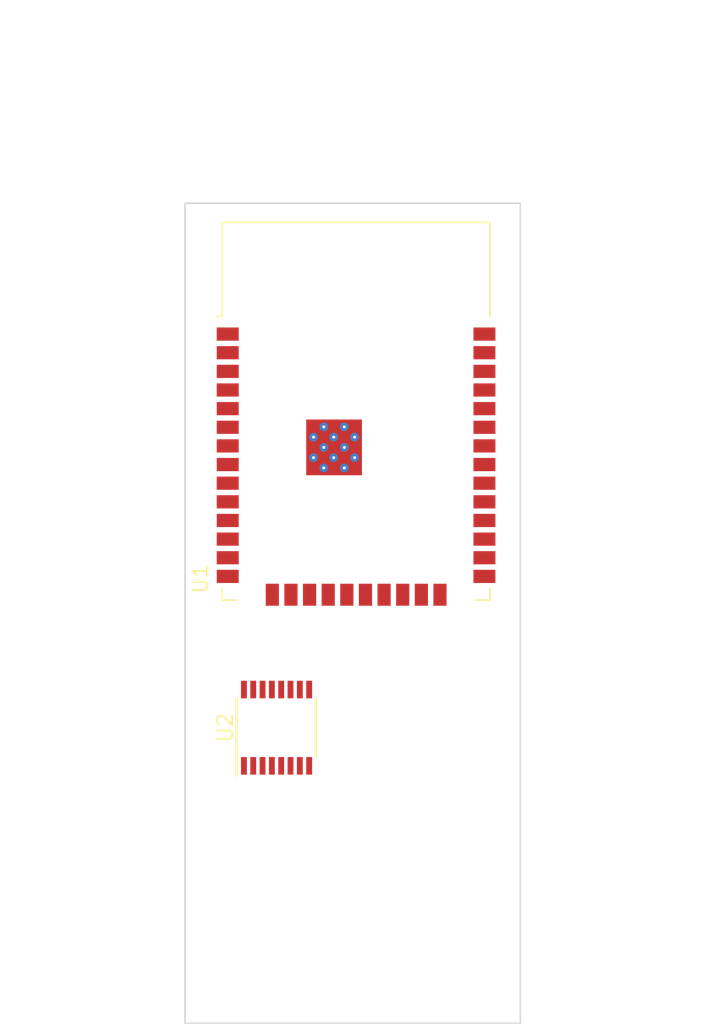
<source format=kicad_pcb>
(kicad_pcb (version 20221018) (generator pcbnew)
  (layers (0 "F.Cu" signal) (31 "B.Cu" signal) (34 "B.Paste" user) (35 "F.Paste" user) (36 "B.SilkS" user "B.Silkscreen") (37 "F.SilkS" user "F.Silkscreen") (38 "B.Mask" user) (39 "F.Mask" user) (44 "Edge.Cuts" user))
  (net 0 "")
  (net 1 "GND")
  (net 2 "+3.3V")
  (net 3 "+3V3")
  (net 33 "/TXD")
  (net 34 "Net-(U1-TXD0{slash}IO1)")
  (net 38 "Net-(U2-3V3OUT)")
  (net 39 "/RXD")
  (net 42 "/D+")
  (net 43 "/D-")
  (net 45 "+5V")
  (footprint "RF_Module:ESP32-WROOM-32D" (layer "F.Cu") (at 39.6 52.73)
    (fp_text reference "U1" (at -10.61 8.43 90) (layer "F.SilkS"))
    (fp_text value "ESP32-WROOM-32D")
    (fp_line (start -9.12 -15.86) (end -9.12 -9.445) (stroke (width 0.12)) (layer "F.SilkS"))
    (fp_line (start -9.12 -15.86) (end 9.12 -15.86) (stroke (width 0.12)) (layer "F.SilkS"))
    (fp_line (start -9.12 -9.445) (end -9.5 -9.445) (stroke (width 0.12)) (layer "F.SilkS"))
    (fp_line (start -9.12 9.1) (end -9.12 9.88) (stroke (width 0.12)) (layer "F.SilkS"))
    (fp_line (start -9.12 9.88) (end -8.12 9.88) (stroke (width 0.12)) (layer "F.SilkS"))
    (fp_line (start 9.12 -15.86) (end 9.12 -9.445) (stroke (width 0.12)) (layer "F.SilkS"))
    (fp_line (start 9.12 9.1) (end 9.12 9.88) (stroke (width 0.12)) (layer "F.SilkS"))
    (fp_line (start 9.12 9.88) (end 8.12 9.88) (stroke (width 0.12)) (layer "F.SilkS"))
    (pad "1" smd rect (at -8.75 -8.25) (size 1.5 0.9) (layers "F.Cu" "F.Paste" "F.Mask") (net 1 "GND"))
    (pad "2" smd rect (at -8.75 -6.98) (size 1.5 0.9) (layers "F.Cu" "F.Paste" "F.Mask") (net 2 "+3.3V"))
    (pad "3" smd rect (at -8.75 -5.71) (size 1.5 0.9) (layers "F.Cu" "F.Paste" "F.Mask") (net 3 "+3V3"))
    (pad "4" smd rect (at -8.75 -4.44) (size 1.5 0.9) (layers "F.Cu" "F.Paste" "F.Mask"))
    (pad "5" smd rect (at -8.75 -3.17) (size 1.5 0.9) (layers "F.Cu" "F.Paste" "F.Mask"))
    (pad "6" smd rect (at -8.75 -1.9) (size 1.5 0.9) (layers "F.Cu" "F.Paste" "F.Mask"))
    (pad "7" smd rect (at -8.75 -0.63) (size 1.5 0.9) (layers "F.Cu" "F.Paste" "F.Mask"))
    (pad "8" smd rect (at -8.75 0.64) (size 1.5 0.9) (layers "F.Cu" "F.Paste" "F.Mask"))
    (pad "9" smd rect (at -8.75 1.91) (size 1.5 0.9) (layers "F.Cu" "F.Paste" "F.Mask"))
    (pad "10" smd rect (at -8.75 3.18) (size 1.5 0.9) (layers "F.Cu" "F.Paste" "F.Mask"))
    (pad "11" smd rect (at -8.75 4.45) (size 1.5 0.9) (layers "F.Cu" "F.Paste" "F.Mask"))
    (pad "12" smd rect (at -8.75 5.72) (size 1.5 0.9) (layers "F.Cu" "F.Paste" "F.Mask"))
    (pad "13" smd rect (at -8.75 6.99) (size 1.5 0.9) (layers "F.Cu" "F.Paste" "F.Mask"))
    (pad "14" smd rect (at -8.75 8.26) (size 1.5 0.9) (layers "F.Cu" "F.Paste" "F.Mask"))
    (pad "15" smd rect (at -5.71 9.51 90) (size 1.5 0.9) (layers "F.Cu" "F.Paste" "F.Mask") (net 1 "GND"))
    (pad "16" smd rect (at -4.44 9.51 90) (size 1.5 0.9) (layers "F.Cu" "F.Paste" "F.Mask"))
    (pad "17" smd rect (at -3.17 9.51 90) (size 1.5 0.9) (layers "F.Cu" "F.Paste" "F.Mask"))
    (pad "18" smd rect (at -1.9 9.51 90) (size 1.5 0.9) (layers "F.Cu" "F.Paste" "F.Mask"))
    (pad "19" smd rect (at -0.63 9.51 90) (size 1.5 0.9) (layers "F.Cu" "F.Paste" "F.Mask"))
    (pad "20" smd rect (at 0.64 9.51 90) (size 1.5 0.9) (layers "F.Cu" "F.Paste" "F.Mask"))
    (pad "21" smd rect (at 1.91 9.51 90) (size 1.5 0.9) (layers "F.Cu" "F.Paste" "F.Mask"))
    (pad "22" smd rect (at 3.18 9.51 90) (size 1.5 0.9) (layers "F.Cu" "F.Paste" "F.Mask"))
    (pad "23" smd rect (at 4.45 9.51 90) (size 1.5 0.9) (layers "F.Cu" "F.Paste" "F.Mask"))
    (pad "24" smd rect (at 5.72 9.51 90) (size 1.5 0.9) (layers "F.Cu" "F.Paste" "F.Mask"))
    (pad "25" smd rect (at 8.75 8.26) (size 1.5 0.9) (layers "F.Cu" "F.Paste" "F.Mask"))
    (pad "26" smd rect (at 8.75 6.99) (size 1.5 0.9) (layers "F.Cu" "F.Paste" "F.Mask"))
    (pad "27" smd rect (at 8.75 5.72) (size 1.5 0.9) (layers "F.Cu" "F.Paste" "F.Mask"))
    (pad "28" smd rect (at 8.75 4.45) (size 1.5 0.9) (layers "F.Cu" "F.Paste" "F.Mask"))
    (pad "29" smd rect (at 8.75 3.18) (size 1.5 0.9) (layers "F.Cu" "F.Paste" "F.Mask"))
    (pad "30" smd rect (at 8.75 1.91) (size 1.5 0.9) (layers "F.Cu" "F.Paste" "F.Mask"))
    (pad "31" smd rect (at 8.75 0.64) (size 1.5 0.9) (layers "F.Cu" "F.Paste" "F.Mask"))
    (pad "32" smd rect (at 8.75 -0.63) (size 1.5 0.9) (layers "F.Cu" "F.Paste" "F.Mask"))
    (pad "33" smd rect (at 8.75 -1.9) (size 1.5 0.9) (layers "F.Cu" "F.Paste" "F.Mask"))
    (pad "34" smd rect (at 8.75 -3.17) (size 1.5 0.9) (layers "F.Cu" "F.Paste" "F.Mask") (net 33 "/TXD"))
    (pad "35" smd rect (at 8.75 -4.44) (size 1.5 0.9) (layers "F.Cu" "F.Paste" "F.Mask") (net 34 "Net-(U1-TXD0{slash}IO1)"))
    (pad "36" smd rect (at 8.75 -5.71) (size 1.5 0.9) (layers "F.Cu" "F.Paste" "F.Mask"))
    (pad "37" smd rect (at 8.75 -6.98) (size 1.5 0.9) (layers "F.Cu" "F.Paste" "F.Mask"))
    (pad "38" smd rect (at 8.75 -8.25) (size 1.5 0.9) (layers "F.Cu" "F.Paste" "F.Mask") (net 1 "GND"))
    (pad "39" smd rect (at -2.9 -1.93) (size 0.9 0.9) (layers "F.Cu" "F.Paste") (net 1 "GND"))
    (pad "39" thru_hole circle (at -2.9 -1.23) (size 0.6 0.6) (drill 0.2) (property pad_prop_heatsink) (layers "*.Cu" "F.Mask") (net 1 "GND"))
    (pad "39" smd rect (at -2.9 -0.53) (size 0.9 0.9) (layers "F.Cu" "F.Paste") (net 1 "GND"))
    (pad "39" thru_hole circle (at -2.9 0.17) (size 0.6 0.6) (drill 0.2) (property pad_prop_heatsink) (layers "*.Cu" "F.Mask") (net 1 "GND"))
    (pad "39" smd rect (at -2.9 0.87) (size 0.9 0.9) (layers "F.Cu" "F.Paste") (net 1 "GND"))
    (pad "39" thru_hole circle (at -2.2 -1.93) (size 0.6 0.6) (drill 0.2) (property pad_prop_heatsink) (layers "*.Cu" "F.Mask") (net 1 "GND"))
    (pad "39" thru_hole circle (at -2.2 -0.53) (size 0.6 0.6) (drill 0.2) (property pad_prop_heatsink) (layers "*.Cu" "F.Mask") (net 1 "GND"))
    (pad "39" thru_hole circle (at -2.2 0.87) (size 0.6 0.6) (drill 0.2) (property pad_prop_heatsink) (layers "*.Cu" "F.Mask") (net 1 "GND"))
    (pad "39" thru_hole circle (at -1.525 -1.23) (size 0.6 0.6) (drill 0.2) (property pad_prop_heatsink) (layers "*.Cu" "F.Mask") (net 1 "GND"))
    (pad "39" thru_hole circle (at -1.525 0.17) (size 0.6 0.6) (drill 0.2) (property pad_prop_heatsink) (layers "*.Cu" "F.Mask") (net 1 "GND"))
    (pad "39" smd rect (at -1.5 -1.93) (size 0.9 0.9) (layers "F.Cu" "F.Paste") (net 1 "GND"))
    (pad "39" smd rect (at -1.5 -0.53) (size 0.9 0.9) (layers "F.Cu" "F.Paste") (net 1 "GND"))
    (pad "39" smd rect (at -1.5 -0.53) (size 3.8 3.8) (layers "F.Cu" "F.Mask") (net 1 "GND"))
    (pad "39" smd rect (at -1.5 0.87) (size 0.9 0.9) (layers "F.Cu" "F.Paste") (net 1 "GND"))
    (pad "39" thru_hole circle (at -0.8 -1.93) (size 0.6 0.6) (drill 0.2) (property pad_prop_heatsink) (layers "*.Cu" "F.Mask") (net 1 "GND"))
    (pad "39" thru_hole circle (at -0.8 -0.53) (size 0.6 0.6) (drill 0.2) (property pad_prop_heatsink) (layers "*.Cu" "F.Mask") (net 1 "GND"))
    (pad "39" thru_hole circle (at -0.8 0.87) (size 0.6 0.6) (drill 0.2) (property pad_prop_heatsink) (layers "*.Cu" "F.Mask") (net 1 "GND"))
    (pad "39" smd rect (at -0.1 -1.93) (size 0.9 0.9) (layers "F.Cu" "F.Paste") (net 1 "GND"))
    (pad "39" thru_hole circle (at -0.1 -1.23) (size 0.6 0.6) (drill 0.2) (property pad_prop_heatsink) (layers "*.Cu" "F.Mask") (net 1 "GND"))
    (pad "39" smd rect (at -0.1 -0.53) (size 0.9 0.9) (layers "F.Cu" "F.Paste") (net 1 "GND"))
    (pad "39" thru_hole circle (at -0.1 0.17) (size 0.6 0.6) (drill 0.2) (property pad_prop_heatsink) (layers "*.Cu" "F.Mask") (net 1 "GND"))
    (pad "39" smd rect (at -0.1 0.87) (size 0.9 0.9) (layers "F.Cu" "F.Paste") (net 1 "GND"))
  )
  (footprint "Package_SO:SSOP-16_3.9x4.9mm_P0.635mm" (layer "F.Cu") (at 34.1775 71.3 90)
    (fp_text reference "U2" (at 0 -3.5 90) (layer "F.SilkS"))
    (fp_text value "FT230XS")
    (fp_line (start -3.275 -2.725) (end 2 -2.725) (stroke (width 0.15)) (layer "F.SilkS"))
    (fp_line (start -2 2.675) (end 2 2.675) (stroke (width 0.15)) (layer "F.SilkS"))
    (pad "1" smd rect (at -2.6 -2.2225 90) (size 1.2 0.4) (layers "F.Cu" "F.Paste" "F.Mask") (net 33 "/TXD"))
    (pad "2" smd rect (at -2.6 -1.5875 90) (size 1.2 0.4) (layers "F.Cu" "F.Paste" "F.Mask"))
    (pad "3" smd rect (at -2.6 -0.9525 90) (size 1.2 0.4) (layers "F.Cu" "F.Paste" "F.Mask") (net 38 "Net-(U2-3V3OUT)"))
    (pad "4" smd rect (at -2.6 -0.3175 90) (size 1.2 0.4) (layers "F.Cu" "F.Paste" "F.Mask") (net 39 "/RXD"))
    (pad "5" smd rect (at -2.6 0.3175 90) (size 1.2 0.4) (layers "F.Cu" "F.Paste" "F.Mask") (net 1 "GND"))
    (pad "6" smd rect (at -2.6 0.9525 90) (size 1.2 0.4) (layers "F.Cu" "F.Paste" "F.Mask"))
    (pad "7" smd rect (at -2.6 1.5875 90) (size 1.2 0.4) (layers "F.Cu" "F.Paste" "F.Mask"))
    (pad "8" smd rect (at -2.6 2.2225 90) (size 1.2 0.4) (layers "F.Cu" "F.Paste" "F.Mask") (net 42 "/D+"))
    (pad "9" smd rect (at 2.6 2.2225 90) (size 1.2 0.4) (layers "F.Cu" "F.Paste" "F.Mask") (net 43 "/D-"))
    (pad "10" smd rect (at 2.6 1.5875 90) (size 1.2 0.4) (layers "F.Cu" "F.Paste" "F.Mask") (net 38 "Net-(U2-3V3OUT)"))
    (pad "11" smd rect (at 2.6 0.9525 90) (size 1.2 0.4) (layers "F.Cu" "F.Paste" "F.Mask"))
    (pad "12" smd rect (at 2.6 0.3175 90) (size 1.2 0.4) (layers "F.Cu" "F.Paste" "F.Mask") (net 45 "+5V"))
    (pad "13" smd rect (at 2.6 -0.3175 90) (size 1.2 0.4) (layers "F.Cu" "F.Paste" "F.Mask") (net 1 "GND"))
    (pad "14" smd rect (at 2.6 -0.9525 90) (size 1.2 0.4) (layers "F.Cu" "F.Paste" "F.Mask"))
    (pad "15" smd rect (at 2.6 -1.5875 90) (size 1.2 0.4) (layers "F.Cu" "F.Paste" "F.Mask"))
    (pad "16" smd rect (at 2.6 -2.2225 90) (size 1.2 0.4) (layers "F.Cu" "F.Paste" "F.Mask"))
  )
  (gr_rect (start 27.94 35.56) (end 50.8 91.44) (stroke (width 0.1)) (fill none) (layer "Edge.Cuts"))
)
</source>
